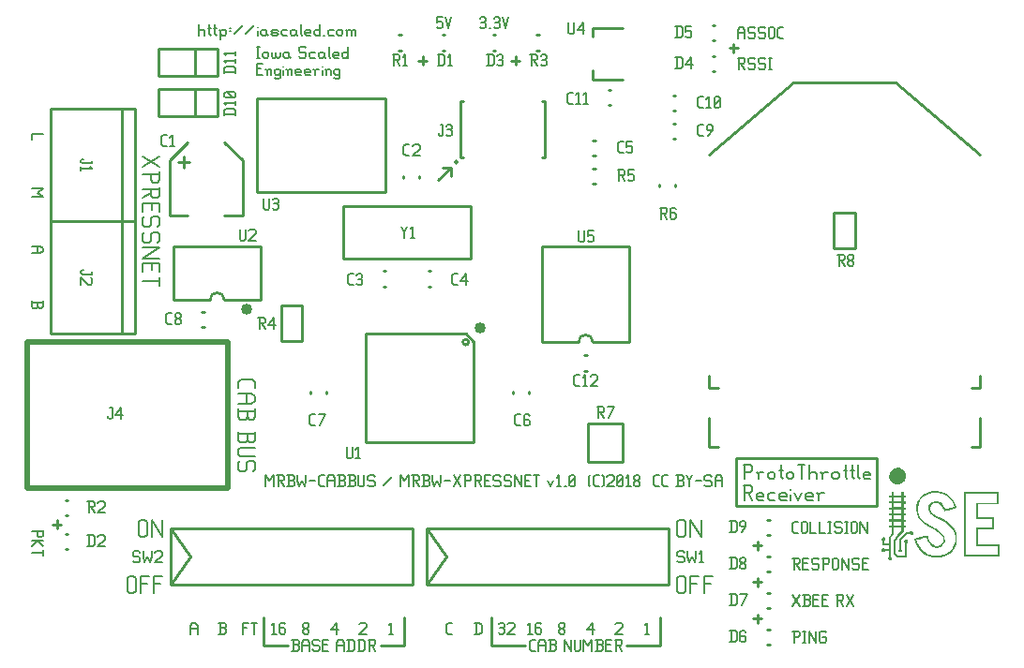
<source format=gbr>
G04 start of page 8 for group -4079 idx -4079 *
G04 Title: (unknown), topsilk *
G04 Creator: pcb 20140316 *
G04 CreationDate: Wed 03 Jan 2018 04:45:06 AM GMT UTC *
G04 For: railfan *
G04 Format: Gerber/RS-274X *
G04 PCB-Dimensions (mil): 3500.00 2300.00 *
G04 PCB-Coordinate-Origin: lower left *
%MOIN*%
%FSLAX25Y25*%
%LNTOPSILK*%
%ADD90C,0.0200*%
%ADD89C,0.0080*%
%ADD88C,0.0400*%
%ADD87C,0.0100*%
%ADD86C,0.0001*%
G54D86*G36*
X307543Y34209D02*X307147Y34480D01*
X307011Y34925D01*
X307065Y35240D01*
X307261Y35490D01*
X307391Y35604D01*
Y37486D01*
X306718D01*
X306241Y37481D01*
X306045Y37464D01*
X305953Y37340D01*
X305600Y37117D01*
X305172D01*
X304873Y37307D01*
X304689Y37600D01*
X304662Y37931D01*
X304770Y38224D01*
X304987Y38446D01*
X305302Y38566D01*
X305682Y38512D01*
X305991Y38273D01*
X306056Y38175D01*
X306724D01*
X307391Y38170D01*
Y39667D01*
X305058D01*
Y40400D01*
X305053Y41127D01*
X304955Y41197D01*
X304787Y41376D01*
X304678Y41593D01*
X304689Y42027D01*
X304873Y42315D01*
X305161Y42494D01*
X305497Y42526D01*
X305790Y42423D01*
X306013Y42201D01*
X306132Y41881D01*
X306078Y41506D01*
X305839Y41197D01*
X305742Y41127D01*
Y40351D01*
X307391D01*
Y42656D01*
X307857Y43248D01*
X308329Y43839D01*
Y45906D01*
X307418D01*
Y46693D01*
X311802D01*
Y48066D01*
X308986D01*
Y46693D01*
X308329D01*
Y48066D01*
X307418D01*
Y48825D01*
X308319D01*
Y50192D01*
X309002Y50219D01*
X308997Y49557D01*
X308991Y49086D01*
X309002Y48868D01*
X309067Y48858D01*
X309290Y48847D01*
X309724Y48841D01*
X310407Y48836D01*
X311802D01*
Y50219D01*
X309002D01*
X308319Y50192D01*
X307418D01*
Y50952D01*
X308329D01*
X308986Y50979D01*
X311802D01*
Y52352D01*
X308986D01*
Y50979D01*
X308329Y50952D01*
Y52324D01*
X307418D01*
Y53084D01*
X308319D01*
X308329Y54462D01*
X308986Y54505D01*
Y53827D01*
X308991Y53344D01*
X309008Y53127D01*
X309420Y53117D01*
X310407Y53111D01*
X311791D01*
X311796Y53800D01*
Y53816D01*
X311807Y54505D01*
X308986D01*
X308329Y54462D01*
X307418D01*
Y55222D01*
X308319D01*
Y56594D01*
X309002Y56648D01*
X308997Y55992D01*
X308991Y55515D01*
X309002Y55297D01*
X309067Y55287D01*
X309290Y55276D01*
X309724Y55270D01*
X310407Y55265D01*
X311807D01*
X311796Y55959D01*
X311791Y56648D01*
X309002D01*
X308319Y56594D01*
X307418D01*
Y57354D01*
X308329D01*
Y58596D01*
X308986D01*
Y57354D01*
X311802D01*
Y58596D01*
X312491D01*
Y57354D01*
X313402D01*
Y56594D01*
X312491D01*
Y55194D01*
X313402D01*
Y54435D01*
X312491D01*
Y53041D01*
X313402D01*
Y52281D01*
X312491D01*
Y50908D01*
X313402D01*
Y50149D01*
X312491D01*
Y48755D01*
X313402D01*
Y47995D01*
X312491D01*
Y46622D01*
X313402D01*
Y45836D01*
X312491D01*
X312485Y45250D01*
Y44658D01*
X311069Y42868D01*
X309648Y41083D01*
Y37074D01*
X310624Y36097D01*
X313044D01*
Y38219D01*
X313039Y39043D01*
Y39716D01*
X313033Y40172D01*
X313028Y40334D01*
X312903Y40427D01*
X312659Y40893D01*
X312794Y41409D01*
X313370Y41718D01*
X313972Y41447D01*
X314129Y40882D01*
X313831Y40372D01*
X313733Y40302D01*
Y35414D01*
X310342D01*
X308986Y36770D01*
Y41344D01*
X310396Y43123D01*
X311802Y44903D01*
Y45841D01*
X308986D01*
Y43503D01*
X308074Y42353D01*
Y35522D01*
X308140Y35490D01*
X308319Y35321D01*
X308449Y35088D01*
X308416Y34573D01*
X308069Y34193D01*
X307803Y34133D01*
X307543Y34144D01*
Y34209D01*
G37*
G36*
X323385Y35229D02*X321567Y35571D01*
X319983Y36293D01*
X318876Y37171D01*
X317932Y38278D01*
X317070Y39841D01*
X316424Y41696D01*
X316326Y42065D01*
X318746Y42581D01*
X319679Y42781D01*
X320455Y42944D01*
X320981Y43047D01*
X321182Y43080D01*
X321236Y42868D01*
X321285Y42618D01*
X321367Y42282D01*
X321730Y41257D01*
X322245Y40432D01*
X322891Y39824D01*
X323662Y39461D01*
X323900Y39418D01*
X324296Y39401D01*
X324687Y39418D01*
X324942Y39461D01*
X325962Y40047D01*
X326521Y41083D01*
X326575Y41712D01*
X326521Y42309D01*
X327123Y42483D01*
X327161Y41067D01*
X326803Y40117D01*
X326173Y39385D01*
X325316Y38924D01*
X324280Y38756D01*
X322951Y39059D01*
X321882Y39884D01*
X321090Y41127D01*
X320889Y41653D01*
X320743Y42157D01*
X320694Y42326D01*
X320645Y42342D01*
X320493Y42315D01*
X320135Y42239D01*
X319609Y42125D01*
X318979Y41989D01*
X317829Y41745D01*
X317292Y41626D01*
X317129Y41577D01*
Y41544D01*
X317178Y41360D01*
X317303Y40991D01*
X317449Y40584D01*
X317574Y40258D01*
X318572Y38479D01*
X319858Y37150D01*
X321432Y36282D01*
X323303Y35864D01*
X323699Y35853D01*
X324247D01*
X324795Y35869D01*
X325218Y35902D01*
X326548Y36157D01*
X327709Y36591D01*
X328609Y37123D01*
X329363Y37779D01*
X329966Y38560D01*
X330432Y39466D01*
X330660Y40161D01*
X330817Y40947D01*
X330866Y41902D01*
X330817Y42836D01*
X330590Y43823D01*
X330232Y44713D01*
X329711Y45532D01*
X329027Y46313D01*
X328327Y46959D01*
X327519Y47556D01*
X326445Y48217D01*
X324953Y49047D01*
X323808Y49682D01*
X323016Y50160D01*
X322463Y50561D01*
X322034Y50963D01*
X321486Y51749D01*
X321318Y52617D01*
X321464Y53659D01*
X321898Y54473D01*
X322603Y55037D01*
X323558Y55319D01*
X324139Y55336D01*
X324714Y55270D01*
X325484Y54977D01*
X326152Y54451D01*
X326727Y53686D01*
X327221Y52666D01*
X327307Y52466D01*
X327367Y52422D01*
X327530Y52471D01*
X327909Y52574D01*
X328419Y52726D01*
X329005Y52894D01*
X329581Y53062D01*
X330080Y53214D01*
X330438Y53317D01*
X330579Y53361D01*
X330552Y53485D01*
X330465Y53762D01*
X330340Y54104D01*
X330221Y54419D01*
X329543Y55634D01*
X328653Y56638D01*
X327579Y57413D01*
X326325Y57940D01*
X324568Y58243D01*
X322647Y58157D01*
X320900Y57696D01*
X319500Y56860D01*
X318800Y56133D01*
X318258Y55249D01*
X317889Y54223D01*
X317688Y53073D01*
X317661Y52297D01*
X317699Y51587D01*
X317938Y50605D01*
X318377Y49699D01*
X319017Y48858D01*
X319880Y48066D01*
X320422Y47659D01*
X321052Y47246D01*
X321855Y46769D01*
X322940Y46161D01*
X323667Y45760D01*
X324209Y45451D01*
X324633Y45196D01*
X325007Y44957D01*
X326439Y43747D01*
X327123Y42483D01*
X326521Y42309D01*
X325924Y43378D01*
X324665Y44425D01*
X324302Y44658D01*
X323895Y44903D01*
X323379Y45196D01*
X322685Y45575D01*
X321307Y46351D01*
X320292Y46980D01*
X319517Y47545D01*
X318860Y48125D01*
X318111Y48966D01*
X317574Y49850D01*
X317156Y51033D01*
X317026Y52346D01*
X317118Y53632D01*
X317411Y54831D01*
X318171Y56355D01*
X319332Y57538D01*
X320862Y58363D01*
X322734Y58802D01*
X324193Y58884D01*
X325577Y58759D01*
X326852Y58433D01*
X327991Y57907D01*
X329130Y57061D01*
X330069Y55976D01*
X330796Y54674D01*
X331289Y53171D01*
X331349Y52916D01*
X329147Y52276D01*
X328284Y52032D01*
X327579Y51831D01*
X327101Y51701D01*
X326922Y51657D01*
X326846Y51858D01*
X326618Y52460D01*
X326358Y53035D01*
X325598Y54104D01*
X324649Y54636D01*
X324014Y54701D01*
X323363Y54652D01*
X322506Y54180D01*
X322169Y53719D01*
X321985Y53122D01*
X321947Y52639D01*
X321985Y52227D01*
X322332Y51576D01*
X323059Y50908D01*
X323412Y50664D01*
X323851Y50388D01*
X324426Y50062D01*
X325197Y49639D01*
X326065Y49167D01*
X326748Y48782D01*
X327307Y48451D01*
X327785Y48142D01*
X329011Y47214D01*
X329977Y46226D01*
X330704Y45174D01*
X331192Y44034D01*
X331468Y42662D01*
X331474Y41230D01*
X331219Y39830D01*
X330709Y38566D01*
X329912Y37448D01*
X328870Y36537D01*
X327600Y35859D01*
X326135Y35414D01*
X324757Y35240D01*
X323385Y35235D01*
Y35229D01*
G37*
G36*
X333970Y47035D02*X334610Y47040D01*
X334604Y36141D01*
X346030D01*
Y39298D01*
X338256D01*
Y45819D01*
X343941D01*
Y48988D01*
X338256D01*
Y54771D01*
X345716D01*
Y57940D01*
X334621D01*
X334610Y47040D01*
X333970Y47035D01*
Y58564D01*
X346350D01*
Y54153D01*
X338890D01*
Y49633D01*
X344571D01*
Y45223D01*
X338907D01*
X338896Y42591D01*
X338890Y39960D01*
X346654D01*
Y35522D01*
X333970D01*
Y47035D01*
G37*
G36*
X311107Y37123D02*X310825Y37312D01*
X310646Y37600D01*
X310641Y38034D01*
X310868Y38387D01*
X310999Y38479D01*
X311010Y38940D01*
X311015Y40052D01*
Y41626D01*
X312111Y43004D01*
X313201Y44387D01*
X314531D01*
X314617Y44507D01*
X314845Y44702D01*
X314997Y44767D01*
X315203Y44778D01*
X315404Y44772D01*
X315556Y44702D01*
X315778Y44512D01*
X315914Y44268D01*
X315930Y43986D01*
X315865Y43714D01*
X315589Y43427D01*
X315203Y43313D01*
X314645Y43562D01*
X314520Y43698D01*
X313532D01*
X312615Y42543D01*
X311704Y41387D01*
Y38490D01*
X311807Y38419D01*
X312067Y38023D01*
X312035Y37524D01*
X311650Y37150D01*
X311107Y37117D01*
Y37123D01*
G37*
G36*
X309941Y61282D02*X309056Y61569D01*
X308291Y62128D01*
X307743Y62860D01*
X307456Y63723D01*
X307418Y64363D01*
X307499Y64982D01*
X307809Y65747D01*
X308329Y66398D01*
X309176Y66973D01*
X310147Y67216D01*
X311156Y67129D01*
X312100Y66702D01*
X312653Y66197D01*
X313077Y65579D01*
X313310Y64895D01*
X313380Y64168D01*
X313272Y63441D01*
X313006Y62768D01*
X312599Y62220D01*
X312084Y61775D01*
X311482Y61455D01*
X310831Y61282D01*
X310380Y61260D01*
X309941Y61282D01*
G37*
G54D87*X141500Y213500D02*Y210500D01*
X140000Y212000D02*X143000D01*
X174500Y213500D02*Y210500D01*
X173000Y212000D02*X176000D01*
G54D88*X79000Y123500D03*
G54D87*X151500Y174000D02*X147000Y169500D01*
X151500Y174000D02*Y171000D01*
X148500Y174000D02*X151500D01*
X252000Y218000D02*Y215000D01*
X250500Y216500D02*X253500D01*
X126500Y4000D02*X135000D01*
Y14000D02*Y4000D01*
X85000D02*X93500D01*
X85000Y14000D02*Y4000D01*
X11500Y48500D02*Y45500D01*
X10000Y47000D02*X13000D01*
X166000Y4000D02*X178000D01*
X214000D02*X226000D01*
Y14000D02*Y4000D01*
X166000Y14000D02*Y4000D01*
G54D88*X162000Y117000D03*
G54D87*X303000Y53500D02*Y70500D01*
X253000D02*Y53500D01*
X303000D01*
Y70500D02*X253000D01*
X260500Y15000D02*Y12000D01*
X259000Y13500D02*X262000D01*
X260500Y28000D02*Y25000D01*
X259000Y26500D02*X262000D01*
X260500Y41000D02*Y38000D01*
X259000Y39500D02*X262000D01*
G54D89*X59000Y11000D02*Y8000D01*
Y11000D02*X59700Y12000D01*
X60800D01*
X61500Y11000D01*
Y8000D01*
X59000Y10000D02*X61500D01*
X69000Y8000D02*X71000D01*
X71500Y8500D01*
Y9700D02*Y8500D01*
X71000Y10200D02*X71500Y9700D01*
X69500Y10200D02*X71000D01*
X69500Y12000D02*Y8000D01*
X69000Y12000D02*X71000D01*
X71500Y11500D01*
Y10700D01*
X71000Y10200D02*X71500Y10700D01*
X77500Y12000D02*Y8000D01*
Y12000D02*X79500D01*
X77500Y10200D02*X79000D01*
X80700Y12000D02*X82700D01*
X81700D02*Y8000D01*
X95000Y2000D02*X97000D01*
X97500Y2500D01*
Y3700D02*Y2500D01*
X97000Y4200D02*X97500Y3700D01*
X95500Y4200D02*X97000D01*
X95500Y6000D02*Y2000D01*
X95000Y6000D02*X97000D01*
X97500Y5500D01*
Y4700D01*
X97000Y4200D02*X97500Y4700D01*
X98700Y5000D02*Y2000D01*
Y5000D02*X99400Y6000D01*
X100500D01*
X101200Y5000D01*
Y2000D01*
X98700Y4000D02*X101200D01*
X104400Y6000D02*X104900Y5500D01*
X102900Y6000D02*X104400D01*
X102400Y5500D02*X102900Y6000D01*
X102400Y5500D02*Y4500D01*
X102900Y4000D01*
X104400D01*
X104900Y3500D01*
Y2500D01*
X104400Y2000D02*X104900Y2500D01*
X102900Y2000D02*X104400D01*
X102400Y2500D02*X102900Y2000D01*
X106100Y4200D02*X107600D01*
X106100Y2000D02*X108100D01*
X106100Y6000D02*Y2000D01*
Y6000D02*X108100D01*
X111100Y5000D02*Y2000D01*
Y5000D02*X111800Y6000D01*
X112900D01*
X113600Y5000D01*
Y2000D01*
X111100Y4000D02*X113600D01*
X115300Y6000D02*Y2000D01*
X116600Y6000D02*X117300Y5300D01*
Y2700D01*
X116600Y2000D02*X117300Y2700D01*
X114800Y2000D02*X116600D01*
X114800Y6000D02*X116600D01*
X119000D02*Y2000D01*
X120300Y6000D02*X121000Y5300D01*
Y2700D01*
X120300Y2000D02*X121000Y2700D01*
X118500Y2000D02*X120300D01*
X118500Y6000D02*X120300D01*
X122200D02*X124200D01*
X124700Y5500D01*
Y4500D01*
X124200Y4000D02*X124700Y4500D01*
X122700Y4000D02*X124200D01*
X122700Y6000D02*Y2000D01*
X123500Y4000D02*X124700Y2000D01*
X88000Y11200D02*X88800Y12000D01*
Y8000D01*
X88000D02*X89500D01*
X92200Y12000D02*X92700Y11500D01*
X91200Y12000D02*X92200D01*
X90700Y11500D02*X91200Y12000D01*
X90700Y11500D02*Y8500D01*
X91200Y8000D01*
X92200Y10200D02*X92700Y9700D01*
X90700Y10200D02*X92200D01*
X91200Y8000D02*X92200D01*
X92700Y8500D01*
Y9700D02*Y8500D01*
X99000D02*X99500Y8000D01*
X99000Y9300D02*Y8500D01*
Y9300D02*X99700Y10000D01*
X100300D01*
X101000Y9300D01*
Y8500D01*
X100500Y8000D02*X101000Y8500D01*
X99500Y8000D02*X100500D01*
X99000Y10700D02*X99700Y10000D01*
X99000Y11500D02*Y10700D01*
Y11500D02*X99500Y12000D01*
X100500D01*
X101000Y11500D01*
Y10700D01*
X100300Y10000D02*X101000Y10700D01*
X109000Y9500D02*X111000Y12000D01*
X109000Y9500D02*X111500D01*
X111000Y12000D02*Y8000D01*
X119000Y11500D02*X119500Y12000D01*
X121000D01*
X121500Y11500D01*
Y10500D01*
X119000Y8000D02*X121500Y10500D01*
X119000Y8000D02*X121500D01*
X129500Y11200D02*X130300Y12000D01*
Y8000D01*
X129500D02*X131000D01*
X36500Y27800D02*Y23300D01*
Y27800D02*X37250Y28550D01*
X38750D01*
X39500Y27800D01*
Y23300D01*
X38750Y22550D02*X39500Y23300D01*
X37250Y22550D02*X38750D01*
X36500Y23300D02*X37250Y22550D01*
X41300Y28550D02*Y22550D01*
Y28550D02*X44300D01*
X41300Y25850D02*X43550D01*
X46100Y28550D02*Y22550D01*
Y28550D02*X49100D01*
X46100Y25850D02*X48350D01*
X40500Y47800D02*Y43300D01*
Y47800D02*X41250Y48550D01*
X42750D01*
X43500Y47800D01*
Y43300D01*
X42750Y42550D02*X43500Y43300D01*
X41250Y42550D02*X42750D01*
X40500Y43300D02*X41250Y42550D01*
X45300Y48550D02*Y42550D01*
Y48550D02*X49050Y42550D01*
Y48550D02*Y42550D01*
X2500Y44500D02*X6500D01*
Y45000D02*Y43000D01*
X6000Y42500D01*
X5000D02*X6000D01*
X4500Y43000D02*X5000Y42500D01*
X4500Y44500D02*Y43000D01*
X2500Y41300D02*X6500D01*
X4500D02*X6500Y39300D01*
X4500Y41300D02*X2500Y39300D01*
X6500Y38100D02*Y36100D01*
X2500Y37100D02*X6500D01*
X76000Y97450D02*Y95500D01*
X77050Y98500D02*X76000Y97450D01*
X77050Y98500D02*X80950D01*
X82000Y97450D01*
Y95500D01*
X76000Y93700D02*X80500D01*
X82000Y92650D01*
Y91000D01*
X80500Y89950D01*
X76000D02*X80500D01*
X79000Y93700D02*Y89950D01*
X76000Y88150D02*Y85150D01*
X76750Y84400D01*
X78550D01*
X79300Y85150D02*X78550Y84400D01*
X79300Y87400D02*Y85150D01*
X76000Y87400D02*X82000D01*
Y88150D02*Y85150D01*
X81250Y84400D01*
X80050D02*X81250D01*
X79300Y85150D02*X80050Y84400D01*
X76000Y79900D02*Y76900D01*
X76750Y76150D01*
X78550D01*
X79300Y76900D02*X78550Y76150D01*
X79300Y79150D02*Y76900D01*
X76000Y79150D02*X82000D01*
Y79900D02*Y76900D01*
X81250Y76150D01*
X80050D02*X81250D01*
X79300Y76900D02*X80050Y76150D01*
X76750Y74350D02*X82000D01*
X76750D02*X76000Y73600D01*
Y72100D01*
X76750Y71350D01*
X82000D01*
Y66550D02*X81250Y65800D01*
X82000Y68800D02*Y66550D01*
X81250Y69550D02*X82000Y68800D01*
X79750Y69550D02*X81250D01*
X79750D02*X79000Y68800D01*
Y66550D01*
X78250Y65800D01*
X76750D02*X78250D01*
X76000Y66550D02*X76750Y65800D01*
X76000Y68800D02*Y66550D01*
X76750Y69550D02*X76000Y68800D01*
X146500Y227500D02*X148500D01*
X146500D02*Y225500D01*
X147000Y226000D01*
X148000D01*
X148500Y225500D01*
Y224000D01*
X148000Y223500D02*X148500Y224000D01*
X147000Y223500D02*X148000D01*
X146500Y224000D02*X147000Y223500D01*
X149700Y227500D02*X150700Y223500D01*
X151700Y227500D01*
X82500Y217000D02*X83500D01*
X83000D02*Y213000D01*
X82500D02*X83500D01*
X84700Y214500D02*Y213500D01*
Y214500D02*X85200Y215000D01*
X86200D01*
X86700Y214500D01*
Y213500D01*
X86200Y213000D02*X86700Y213500D01*
X85200Y213000D02*X86200D01*
X84700Y213500D02*X85200Y213000D01*
X87900Y215000D02*Y213500D01*
X88400Y213000D01*
X88900D01*
X89400Y213500D01*
Y215000D02*Y213500D01*
X89900Y213000D01*
X90400D01*
X90900Y213500D01*
Y215000D02*Y213500D01*
X93600Y215000D02*X94100Y214500D01*
X92600Y215000D02*X93600D01*
X92100Y214500D02*X92600Y215000D01*
X92100Y214500D02*Y213500D01*
X92600Y213000D01*
X94100Y215000D02*Y213500D01*
X94600Y213000D01*
X92600D02*X93600D01*
X94100Y213500D01*
X99600Y217000D02*X100100Y216500D01*
X98100Y217000D02*X99600D01*
X97600Y216500D02*X98100Y217000D01*
X97600Y216500D02*Y215500D01*
X98100Y215000D01*
X99600D01*
X100100Y214500D01*
Y213500D01*
X99600Y213000D02*X100100Y213500D01*
X98100Y213000D02*X99600D01*
X97600Y213500D02*X98100Y213000D01*
X101800Y215000D02*X103300D01*
X101300Y214500D02*X101800Y215000D01*
X101300Y214500D02*Y213500D01*
X101800Y213000D01*
X103300D01*
X106000Y215000D02*X106500Y214500D01*
X105000Y215000D02*X106000D01*
X104500Y214500D02*X105000Y215000D01*
X104500Y214500D02*Y213500D01*
X105000Y213000D01*
X106500Y215000D02*Y213500D01*
X107000Y213000D01*
X105000D02*X106000D01*
X106500Y213500D01*
X108200Y217000D02*Y213500D01*
X108700Y213000D01*
X110200D02*X111700D01*
X109700Y213500D02*X110200Y213000D01*
X109700Y214500D02*Y213500D01*
Y214500D02*X110200Y215000D01*
X111200D01*
X111700Y214500D01*
X109700Y214000D02*X111700D01*
Y214500D02*Y214000D01*
X114900Y217000D02*Y213000D01*
X114400D02*X114900Y213500D01*
X113400Y213000D02*X114400D01*
X112900Y213500D02*X113400Y213000D01*
X112900Y214500D02*Y213500D01*
Y214500D02*X113400Y215000D01*
X114400D01*
X114900Y214500D01*
X82500Y209200D02*X84000D01*
X82500Y207000D02*X84500D01*
X82500Y211000D02*Y207000D01*
Y211000D02*X84500D01*
X86200Y208500D02*Y207000D01*
Y208500D02*X86700Y209000D01*
X87200D01*
X87700Y208500D01*
Y207000D01*
X85700Y209000D02*X86200Y208500D01*
X90400Y209000D02*X90900Y208500D01*
X89400Y209000D02*X90400D01*
X88900Y208500D02*X89400Y209000D01*
X88900Y208500D02*Y207500D01*
X89400Y207000D01*
X90400D01*
X90900Y207500D01*
X88900Y206000D02*X89400Y205500D01*
X90400D01*
X90900Y206000D01*
Y209000D02*Y206000D01*
X92100Y210000D02*Y209900D01*
Y208500D02*Y207000D01*
X93600Y208500D02*Y207000D01*
Y208500D02*X94100Y209000D01*
X94600D01*
X95100Y208500D01*
Y207000D01*
X93100Y209000D02*X93600Y208500D01*
X96800Y207000D02*X98300D01*
X96300Y207500D02*X96800Y207000D01*
X96300Y208500D02*Y207500D01*
Y208500D02*X96800Y209000D01*
X97800D01*
X98300Y208500D01*
X96300Y208000D02*X98300D01*
Y208500D02*Y208000D01*
X100000Y207000D02*X101500D01*
X99500Y207500D02*X100000Y207000D01*
X99500Y208500D02*Y207500D01*
Y208500D02*X100000Y209000D01*
X101000D01*
X101500Y208500D01*
X99500Y208000D02*X101500D01*
Y208500D02*Y208000D01*
X103200Y208500D02*Y207000D01*
Y208500D02*X103700Y209000D01*
X104700D01*
X102700D02*X103200Y208500D01*
X105900Y210000D02*Y209900D01*
Y208500D02*Y207000D01*
X107400Y208500D02*Y207000D01*
Y208500D02*X107900Y209000D01*
X108400D01*
X108900Y208500D01*
Y207000D01*
X106900Y209000D02*X107400Y208500D01*
X111600Y209000D02*X112100Y208500D01*
X110600Y209000D02*X111600D01*
X110100Y208500D02*X110600Y209000D01*
X110100Y208500D02*Y207500D01*
X110600Y207000D01*
X111600D01*
X112100Y207500D01*
X110100Y206000D02*X110600Y205500D01*
X111600D01*
X112100Y206000D01*
Y209000D02*Y206000D01*
X2500Y186000D02*X6500D01*
X2500D02*Y184000D01*
Y166500D02*X6500D01*
X4500Y165000D01*
X6500Y163500D01*
X2500D02*X6500D01*
X2500Y146000D02*X5500D01*
X6500Y145300D01*
Y144200D01*
X5500Y143500D01*
X2500D02*X5500D01*
X4500Y146000D02*Y143500D01*
X2500Y126500D02*Y124500D01*
X3000Y124000D01*
X4200D01*
X4700Y124500D02*X4200Y124000D01*
X4700Y126000D02*Y124500D01*
X2500Y126000D02*X6500D01*
Y126500D02*Y124500D01*
X6000Y124000D01*
X5200D02*X6000D01*
X4700Y124500D02*X5200Y124000D01*
X42000Y178000D02*X48000Y174250D01*
Y178000D02*X42000Y174250D01*
Y171700D02*X48000D01*
Y172450D02*Y169450D01*
X47250Y168700D01*
X45750D02*X47250D01*
X45000Y169450D02*X45750Y168700D01*
X45000Y171700D02*Y169450D01*
X48000Y166900D02*Y163900D01*
X47250Y163150D01*
X45750D02*X47250D01*
X45000Y163900D02*X45750Y163150D01*
X45000Y166150D02*Y163900D01*
X42000Y166150D02*X48000D01*
X45000Y164950D02*X42000Y163150D01*
X45300Y161350D02*Y159100D01*
X42000Y161350D02*Y158350D01*
Y161350D02*X48000D01*
Y158350D01*
Y153550D02*X47250Y152800D01*
X48000Y155800D02*Y153550D01*
X47250Y156550D02*X48000Y155800D01*
X45750Y156550D02*X47250D01*
X45750D02*X45000Y155800D01*
Y153550D01*
X44250Y152800D01*
X42750D02*X44250D01*
X42000Y153550D02*X42750Y152800D01*
X42000Y155800D02*Y153550D01*
X42750Y156550D02*X42000Y155800D01*
X48000Y148000D02*X47250Y147250D01*
X48000Y150250D02*Y148000D01*
X47250Y151000D02*X48000Y150250D01*
X45750Y151000D02*X47250D01*
X45750D02*X45000Y150250D01*
Y148000D01*
X44250Y147250D01*
X42750D02*X44250D01*
X42000Y148000D02*X42750Y147250D01*
X42000Y150250D02*Y148000D01*
X42750Y151000D02*X42000Y150250D01*
Y145450D02*X48000D01*
X42000Y141700D01*
X48000D01*
X45300Y139900D02*Y137650D01*
X42000Y139900D02*Y136900D01*
Y139900D02*X48000D01*
Y136900D01*
Y135100D02*Y132100D01*
X42000Y133600D02*X48000D01*
X161957Y227000D02*X162457Y227500D01*
X163457D01*
X163957Y227000D01*
X163457Y223500D02*X163957Y224000D01*
X162457Y223500D02*X163457D01*
X161957Y224000D02*X162457Y223500D01*
Y225700D02*X163457D01*
X163957Y227000D02*Y226200D01*
Y225200D02*Y224000D01*
Y225200D02*X163457Y225700D01*
X163957Y226200D02*X163457Y225700D01*
X165157Y223500D02*X165657D01*
X166857Y227000D02*X167357Y227500D01*
X168357D01*
X168857Y227000D01*
X168357Y223500D02*X168857Y224000D01*
X167357Y223500D02*X168357D01*
X166857Y224000D02*X167357Y223500D01*
Y225700D02*X168357D01*
X168857Y227000D02*Y226200D01*
Y225200D02*Y224000D01*
Y225200D02*X168357Y225700D01*
X168857Y226200D02*X168357Y225700D01*
X170057Y227500D02*X171057Y223500D01*
X172057Y227500D01*
X62000Y225000D02*Y221000D01*
Y222500D02*X62500Y223000D01*
X63500D01*
X64000Y222500D01*
Y221000D01*
X65700Y225000D02*Y221500D01*
X66200Y221000D01*
X65200Y223500D02*X66200D01*
X67700Y225000D02*Y221500D01*
X68200Y221000D01*
X67200Y223500D02*X68200D01*
X69700Y222500D02*Y219500D01*
X69200Y223000D02*X69700Y222500D01*
X70200Y223000D01*
X71200D01*
X71700Y222500D01*
Y221500D01*
X71200Y221000D02*X71700Y221500D01*
X70200Y221000D02*X71200D01*
X69700Y221500D02*X70200Y221000D01*
X72900Y223500D02*X73400D01*
X72900Y222500D02*X73400D01*
X74600Y221500D02*X77600Y224500D01*
X78800Y221500D02*X81800Y224500D01*
X83000Y224000D02*Y223900D01*
Y222500D02*Y221000D01*
X85500Y223000D02*X86000Y222500D01*
X84500Y223000D02*X85500D01*
X84000Y222500D02*X84500Y223000D01*
X84000Y222500D02*Y221500D01*
X84500Y221000D01*
X86000Y223000D02*Y221500D01*
X86500Y221000D01*
X84500D02*X85500D01*
X86000Y221500D01*
X88200Y221000D02*X89700D01*
X90200Y221500D01*
X89700Y222000D02*X90200Y221500D01*
X88200Y222000D02*X89700D01*
X87700Y222500D02*X88200Y222000D01*
X87700Y222500D02*X88200Y223000D01*
X89700D01*
X90200Y222500D01*
X87700Y221500D02*X88200Y221000D01*
X91900Y223000D02*X93400D01*
X91400Y222500D02*X91900Y223000D01*
X91400Y222500D02*Y221500D01*
X91900Y221000D01*
X93400D01*
X96100Y223000D02*X96600Y222500D01*
X95100Y223000D02*X96100D01*
X94600Y222500D02*X95100Y223000D01*
X94600Y222500D02*Y221500D01*
X95100Y221000D01*
X96600Y223000D02*Y221500D01*
X97100Y221000D01*
X95100D02*X96100D01*
X96600Y221500D01*
X98300Y225000D02*Y221500D01*
X98800Y221000D01*
X100300D02*X101800D01*
X99800Y221500D02*X100300Y221000D01*
X99800Y222500D02*Y221500D01*
Y222500D02*X100300Y223000D01*
X101300D01*
X101800Y222500D01*
X99800Y222000D02*X101800D01*
Y222500D02*Y222000D01*
X105000Y225000D02*Y221000D01*
X104500D02*X105000Y221500D01*
X103500Y221000D02*X104500D01*
X103000Y221500D02*X103500Y221000D01*
X103000Y222500D02*Y221500D01*
Y222500D02*X103500Y223000D01*
X104500D01*
X105000Y222500D01*
X106200Y221000D02*X106700D01*
X108400Y223000D02*X109900D01*
X107900Y222500D02*X108400Y223000D01*
X107900Y222500D02*Y221500D01*
X108400Y221000D01*
X109900D01*
X111100Y222500D02*Y221500D01*
Y222500D02*X111600Y223000D01*
X112600D01*
X113100Y222500D01*
Y221500D01*
X112600Y221000D02*X113100Y221500D01*
X111600Y221000D02*X112600D01*
X111100Y221500D02*X111600Y221000D01*
X114800Y222500D02*Y221000D01*
Y222500D02*X115300Y223000D01*
X115800D01*
X116300Y222500D01*
Y221000D01*
Y222500D02*X116800Y223000D01*
X117300D01*
X117800Y222500D01*
Y221000D01*
X114300Y223000D02*X114800Y222500D01*
X253500Y213000D02*X255500D01*
X256000Y212500D01*
Y211500D01*
X255500Y211000D02*X256000Y211500D01*
X254000Y211000D02*X255500D01*
X254000Y213000D02*Y209000D01*
X254800Y211000D02*X256000Y209000D01*
X259200Y213000D02*X259700Y212500D01*
X257700Y213000D02*X259200D01*
X257200Y212500D02*X257700Y213000D01*
X257200Y212500D02*Y211500D01*
X257700Y211000D01*
X259200D01*
X259700Y210500D01*
Y209500D01*
X259200Y209000D02*X259700Y209500D01*
X257700Y209000D02*X259200D01*
X257200Y209500D02*X257700Y209000D01*
X262900Y213000D02*X263400Y212500D01*
X261400Y213000D02*X262900D01*
X260900Y212500D02*X261400Y213000D01*
X260900Y212500D02*Y211500D01*
X261400Y211000D01*
X262900D01*
X263400Y210500D01*
Y209500D01*
X262900Y209000D02*X263400Y209500D01*
X261400Y209000D02*X262900D01*
X260900Y209500D02*X261400Y209000D01*
X264600Y213000D02*X265600D01*
X265100D02*Y209000D01*
X264600D02*X265600D01*
X253500Y223000D02*Y220000D01*
Y223000D02*X254200Y224000D01*
X255300D01*
X256000Y223000D01*
Y220000D01*
X253500Y222000D02*X256000D01*
X259200Y224000D02*X259700Y223500D01*
X257700Y224000D02*X259200D01*
X257200Y223500D02*X257700Y224000D01*
X257200Y223500D02*Y222500D01*
X257700Y222000D01*
X259200D01*
X259700Y221500D01*
Y220500D01*
X259200Y220000D02*X259700Y220500D01*
X257700Y220000D02*X259200D01*
X257200Y220500D02*X257700Y220000D01*
X262900Y224000D02*X263400Y223500D01*
X261400Y224000D02*X262900D01*
X260900Y223500D02*X261400Y224000D01*
X260900Y223500D02*Y222500D01*
X261400Y222000D01*
X262900D01*
X263400Y221500D01*
Y220500D01*
X262900Y220000D02*X263400Y220500D01*
X261400Y220000D02*X262900D01*
X260900Y220500D02*X261400Y220000D01*
X264600Y223500D02*Y220500D01*
Y223500D02*X265100Y224000D01*
X266100D01*
X266600Y223500D01*
Y220500D01*
X266100Y220000D02*X266600Y220500D01*
X265100Y220000D02*X266100D01*
X264600Y220500D02*X265100Y220000D01*
X268500D02*X269800D01*
X267800Y220700D02*X268500Y220000D01*
X267800Y223300D02*Y220700D01*
Y223300D02*X268500Y224000D01*
X269800D01*
X160500Y12000D02*Y8000D01*
X161800Y12000D02*X162500Y11300D01*
Y8700D01*
X161800Y8000D02*X162500Y8700D01*
X160000Y8000D02*X161800D01*
X160000Y12000D02*X161800D01*
X168500Y11500D02*X169000Y12000D01*
X170000D01*
X170500Y11500D01*
X170000Y8000D02*X170500Y8500D01*
X169000Y8000D02*X170000D01*
X168500Y8500D02*X169000Y8000D01*
Y10200D02*X170000D01*
X170500Y11500D02*Y10700D01*
Y9700D02*Y8500D01*
Y9700D02*X170000Y10200D01*
X170500Y10700D02*X170000Y10200D01*
X171700Y11500D02*X172200Y12000D01*
X173700D01*
X174200Y11500D01*
Y10500D01*
X171700Y8000D02*X174200Y10500D01*
X171700Y8000D02*X174200D01*
X179000Y11200D02*X179800Y12000D01*
Y8000D01*
X179000D02*X180500D01*
X183200Y12000D02*X183700Y11500D01*
X182200Y12000D02*X183200D01*
X181700Y11500D02*X182200Y12000D01*
X181700Y11500D02*Y8500D01*
X182200Y8000D01*
X183200Y10200D02*X183700Y9700D01*
X181700Y10200D02*X183200D01*
X182200Y8000D02*X183200D01*
X183700Y8500D01*
Y9700D02*Y8500D01*
X150700Y8000D02*X152000D01*
X150000Y8700D02*X150700Y8000D01*
X150000Y11300D02*Y8700D01*
Y11300D02*X150700Y12000D01*
X152000D01*
X180200Y2000D02*X181500D01*
X179500Y2700D02*X180200Y2000D01*
X179500Y5300D02*Y2700D01*
Y5300D02*X180200Y6000D01*
X181500D01*
X182700Y5000D02*Y2000D01*
Y5000D02*X183400Y6000D01*
X184500D01*
X185200Y5000D01*
Y2000D01*
X182700Y4000D02*X185200D01*
X186400Y2000D02*X188400D01*
X188900Y2500D01*
Y3700D02*Y2500D01*
X188400Y4200D02*X188900Y3700D01*
X186900Y4200D02*X188400D01*
X186900Y6000D02*Y2000D01*
X186400Y6000D02*X188400D01*
X188900Y5500D01*
Y4700D01*
X188400Y4200D02*X188900Y4700D01*
X191900Y6000D02*Y2000D01*
Y6000D02*X194400Y2000D01*
Y6000D02*Y2000D01*
X195600Y6000D02*Y2500D01*
X196100Y2000D01*
X197100D01*
X197600Y2500D01*
Y6000D02*Y2500D01*
X198800Y6000D02*Y2000D01*
Y6000D02*X200300Y4000D01*
X201800Y6000D01*
Y2000D01*
X203000D02*X205000D01*
X205500Y2500D01*
Y3700D02*Y2500D01*
X205000Y4200D02*X205500Y3700D01*
X203500Y4200D02*X205000D01*
X203500Y6000D02*Y2000D01*
X203000Y6000D02*X205000D01*
X205500Y5500D01*
Y4700D01*
X205000Y4200D02*X205500Y4700D01*
X206700Y4200D02*X208200D01*
X206700Y2000D02*X208700D01*
X206700Y6000D02*Y2000D01*
Y6000D02*X208700D01*
X209900D02*X211900D01*
X212400Y5500D01*
Y4500D01*
X211900Y4000D02*X212400Y4500D01*
X210400Y4000D02*X211900D01*
X210400Y6000D02*Y2000D01*
X211200Y4000D02*X212400Y2000D01*
X190000Y8500D02*X190500Y8000D01*
X190000Y9300D02*Y8500D01*
Y9300D02*X190700Y10000D01*
X191300D01*
X192000Y9300D01*
Y8500D01*
X191500Y8000D02*X192000Y8500D01*
X190500Y8000D02*X191500D01*
X190000Y10700D02*X190700Y10000D01*
X190000Y11500D02*Y10700D01*
Y11500D02*X190500Y12000D01*
X191500D01*
X192000Y11500D01*
Y10700D01*
X191300Y10000D02*X192000Y10700D01*
X200000Y9500D02*X202000Y12000D01*
X200000Y9500D02*X202500D01*
X202000Y12000D02*Y8000D01*
X220500Y11200D02*X221300Y12000D01*
Y8000D01*
X220500D02*X222000D01*
X210000Y11500D02*X210500Y12000D01*
X212000D01*
X212500Y11500D01*
Y10500D01*
X210000Y8000D02*X212500Y10500D01*
X210000Y8000D02*X212500D01*
X273500Y9000D02*Y5000D01*
X273000Y9000D02*X275000D01*
X275500Y8500D01*
Y7500D01*
X275000Y7000D02*X275500Y7500D01*
X273500Y7000D02*X275000D01*
X276700Y9000D02*X277700D01*
X277200D02*Y5000D01*
X276700D02*X277700D01*
X278900Y9000D02*Y5000D01*
Y9000D02*X281400Y5000D01*
Y9000D02*Y5000D01*
X284600Y9000D02*X285100Y8500D01*
X283100Y9000D02*X284600D01*
X282600Y8500D02*X283100Y9000D01*
X282600Y8500D02*Y5500D01*
X283100Y5000D01*
X284600D01*
X285100Y5500D01*
Y6500D02*Y5500D01*
X284600Y7000D02*X285100Y6500D01*
X283600Y7000D02*X284600D01*
X232000Y27800D02*Y23300D01*
Y27800D02*X232750Y28550D01*
X234250D01*
X235000Y27800D01*
Y23300D01*
X234250Y22550D02*X235000Y23300D01*
X232750Y22550D02*X234250D01*
X232000Y23300D02*X232750Y22550D01*
X236800Y28550D02*Y22550D01*
Y28550D02*X239800D01*
X236800Y25850D02*X239050D01*
X241600Y28550D02*Y22550D01*
Y28550D02*X244600D01*
X241600Y25850D02*X243850D01*
X273000Y35000D02*X275000D01*
X275500Y34500D01*
Y33500D01*
X275000Y33000D02*X275500Y33500D01*
X273500Y33000D02*X275000D01*
X273500Y35000D02*Y31000D01*
X274300Y33000D02*X275500Y31000D01*
X276700Y33200D02*X278200D01*
X276700Y31000D02*X278700D01*
X276700Y35000D02*Y31000D01*
Y35000D02*X278700D01*
X281900D02*X282400Y34500D01*
X280400Y35000D02*X281900D01*
X279900Y34500D02*X280400Y35000D01*
X279900Y34500D02*Y33500D01*
X280400Y33000D01*
X281900D01*
X282400Y32500D01*
Y31500D01*
X281900Y31000D02*X282400Y31500D01*
X280400Y31000D02*X281900D01*
X279900Y31500D02*X280400Y31000D01*
X284100Y35000D02*Y31000D01*
X283600Y35000D02*X285600D01*
X286100Y34500D01*
Y33500D01*
X285600Y33000D02*X286100Y33500D01*
X284100Y33000D02*X285600D01*
X287300Y34500D02*Y31500D01*
Y34500D02*X287800Y35000D01*
X288800D01*
X289300Y34500D01*
Y31500D01*
X288800Y31000D02*X289300Y31500D01*
X287800Y31000D02*X288800D01*
X287300Y31500D02*X287800Y31000D01*
X290500Y35000D02*Y31000D01*
Y35000D02*X293000Y31000D01*
Y35000D02*Y31000D01*
X296200Y35000D02*X296700Y34500D01*
X294700Y35000D02*X296200D01*
X294200Y34500D02*X294700Y35000D01*
X294200Y34500D02*Y33500D01*
X294700Y33000D01*
X296200D01*
X296700Y32500D01*
Y31500D01*
X296200Y31000D02*X296700Y31500D01*
X294700Y31000D02*X296200D01*
X294200Y31500D02*X294700Y31000D01*
X297900Y33200D02*X299400D01*
X297900Y31000D02*X299900D01*
X297900Y35000D02*Y31000D01*
Y35000D02*X299900D01*
X273000Y18000D02*X275500Y22000D01*
X273000D02*X275500Y18000D01*
X276700D02*X278700D01*
X279200Y18500D01*
Y19700D02*Y18500D01*
X278700Y20200D02*X279200Y19700D01*
X277200Y20200D02*X278700D01*
X277200Y22000D02*Y18000D01*
X276700Y22000D02*X278700D01*
X279200Y21500D01*
Y20700D01*
X278700Y20200D02*X279200Y20700D01*
X280400Y20200D02*X281900D01*
X280400Y18000D02*X282400D01*
X280400Y22000D02*Y18000D01*
Y22000D02*X282400D01*
X283600Y20200D02*X285100D01*
X283600Y18000D02*X285600D01*
X283600Y22000D02*Y18000D01*
Y22000D02*X285600D01*
X288600D02*X290600D01*
X291100Y21500D01*
Y20500D01*
X290600Y20000D02*X291100Y20500D01*
X289100Y20000D02*X290600D01*
X289100Y22000D02*Y18000D01*
X289900Y20000D02*X291100Y18000D01*
X292300D02*X294800Y22000D01*
X292300D02*X294800Y18000D01*
X232000Y47800D02*Y43300D01*
Y47800D02*X232750Y48550D01*
X234250D01*
X235000Y47800D01*
Y43300D01*
X234250Y42550D02*X235000Y43300D01*
X232750Y42550D02*X234250D01*
X232000Y43300D02*X232750Y42550D01*
X236800Y48550D02*Y42550D01*
Y48550D02*X240550Y42550D01*
Y48550D02*Y42550D01*
X85500Y64500D02*Y60500D01*
Y64500D02*X87000Y62500D01*
X88500Y64500D01*
Y60500D01*
X89700Y64500D02*X91700D01*
X92200Y64000D01*
Y63000D01*
X91700Y62500D02*X92200Y63000D01*
X90200Y62500D02*X91700D01*
X90200Y64500D02*Y60500D01*
X91000Y62500D02*X92200Y60500D01*
X93400D02*X95400D01*
X95900Y61000D01*
Y62200D02*Y61000D01*
X95400Y62700D02*X95900Y62200D01*
X93900Y62700D02*X95400D01*
X93900Y64500D02*Y60500D01*
X93400Y64500D02*X95400D01*
X95900Y64000D01*
Y63200D01*
X95400Y62700D02*X95900Y63200D01*
X97100Y64500D02*Y62500D01*
X97600Y60500D01*
X98600Y62500D01*
X99600Y60500D01*
X100100Y62500D01*
Y64500D02*Y62500D01*
X101300D02*X103300D01*
X105200Y60500D02*X106500D01*
X104500Y61200D02*X105200Y60500D01*
X104500Y63800D02*Y61200D01*
Y63800D02*X105200Y64500D01*
X106500D01*
X107700Y63500D02*Y60500D01*
Y63500D02*X108400Y64500D01*
X109500D01*
X110200Y63500D01*
Y60500D01*
X107700Y62500D02*X110200D01*
X111400Y60500D02*X113400D01*
X113900Y61000D01*
Y62200D02*Y61000D01*
X113400Y62700D02*X113900Y62200D01*
X111900Y62700D02*X113400D01*
X111900Y64500D02*Y60500D01*
X111400Y64500D02*X113400D01*
X113900Y64000D01*
Y63200D01*
X113400Y62700D02*X113900Y63200D01*
X115100Y60500D02*X117100D01*
X117600Y61000D01*
Y62200D02*Y61000D01*
X117100Y62700D02*X117600Y62200D01*
X115600Y62700D02*X117100D01*
X115600Y64500D02*Y60500D01*
X115100Y64500D02*X117100D01*
X117600Y64000D01*
Y63200D01*
X117100Y62700D02*X117600Y63200D01*
X118800Y64500D02*Y61000D01*
X119300Y60500D01*
X120300D01*
X120800Y61000D01*
Y64500D02*Y61000D01*
X124000Y64500D02*X124500Y64000D01*
X122500Y64500D02*X124000D01*
X122000Y64000D02*X122500Y64500D01*
X122000Y64000D02*Y63000D01*
X122500Y62500D01*
X124000D01*
X124500Y62000D01*
Y61000D01*
X124000Y60500D02*X124500Y61000D01*
X122500Y60500D02*X124000D01*
X122000Y61000D02*X122500Y60500D01*
X127500Y61000D02*X130500Y64000D01*
X133500Y64500D02*Y60500D01*
Y64500D02*X135000Y62500D01*
X136500Y64500D01*
Y60500D01*
X137700Y64500D02*X139700D01*
X140200Y64000D01*
Y63000D01*
X139700Y62500D02*X140200Y63000D01*
X138200Y62500D02*X139700D01*
X138200Y64500D02*Y60500D01*
X139000Y62500D02*X140200Y60500D01*
X141400D02*X143400D01*
X143900Y61000D01*
Y62200D02*Y61000D01*
X143400Y62700D02*X143900Y62200D01*
X141900Y62700D02*X143400D01*
X141900Y64500D02*Y60500D01*
X141400Y64500D02*X143400D01*
X143900Y64000D01*
Y63200D01*
X143400Y62700D02*X143900Y63200D01*
X145100Y64500D02*Y62500D01*
X145600Y60500D01*
X146600Y62500D01*
X147600Y60500D01*
X148100Y62500D01*
Y64500D02*Y62500D01*
X149300D02*X151300D01*
X152500Y60500D02*X155000Y64500D01*
X152500D02*X155000Y60500D01*
X156700Y64500D02*Y60500D01*
X156200Y64500D02*X158200D01*
X158700Y64000D01*
Y63000D01*
X158200Y62500D02*X158700Y63000D01*
X156700Y62500D02*X158200D01*
X159900Y64500D02*X161900D01*
X162400Y64000D01*
Y63000D01*
X161900Y62500D02*X162400Y63000D01*
X160400Y62500D02*X161900D01*
X160400Y64500D02*Y60500D01*
X161200Y62500D02*X162400Y60500D01*
X163600Y62700D02*X165100D01*
X163600Y60500D02*X165600D01*
X163600Y64500D02*Y60500D01*
Y64500D02*X165600D01*
X168800D02*X169300Y64000D01*
X167300Y64500D02*X168800D01*
X166800Y64000D02*X167300Y64500D01*
X166800Y64000D02*Y63000D01*
X167300Y62500D01*
X168800D01*
X169300Y62000D01*
Y61000D01*
X168800Y60500D02*X169300Y61000D01*
X167300Y60500D02*X168800D01*
X166800Y61000D02*X167300Y60500D01*
X172500Y64500D02*X173000Y64000D01*
X171000Y64500D02*X172500D01*
X170500Y64000D02*X171000Y64500D01*
X170500Y64000D02*Y63000D01*
X171000Y62500D01*
X172500D01*
X173000Y62000D01*
Y61000D01*
X172500Y60500D02*X173000Y61000D01*
X171000Y60500D02*X172500D01*
X170500Y61000D02*X171000Y60500D01*
X174200Y64500D02*Y60500D01*
Y64500D02*X176700Y60500D01*
Y64500D02*Y60500D01*
X177900Y62700D02*X179400D01*
X177900Y60500D02*X179900D01*
X177900Y64500D02*Y60500D01*
Y64500D02*X179900D01*
X181100D02*X183100D01*
X182100D02*Y60500D01*
X186100Y62500D02*X187100Y60500D01*
X188100Y62500D02*X187100Y60500D01*
X189300Y63700D02*X190100Y64500D01*
Y60500D01*
X189300D02*X190800D01*
X192000D02*X192500D01*
X193700Y61000D02*X194200Y60500D01*
X193700Y64000D02*Y61000D01*
Y64000D02*X194200Y64500D01*
X195200D01*
X195700Y64000D01*
Y61000D01*
X195200Y60500D02*X195700Y61000D01*
X194200Y60500D02*X195200D01*
X193700Y61500D02*X195700Y63500D01*
X200500Y61000D02*X201000Y60500D01*
X200500Y64000D02*X201000Y64500D01*
X200500Y64000D02*Y61000D01*
X202900Y60500D02*X204200D01*
X202200Y61200D02*X202900Y60500D01*
X202200Y63800D02*Y61200D01*
Y63800D02*X202900Y64500D01*
X204200D01*
X205400D02*X205900Y64000D01*
Y61000D01*
X205400Y60500D02*X205900Y61000D01*
X207100Y64000D02*X207600Y64500D01*
X209100D01*
X209600Y64000D01*
Y63000D01*
X207100Y60500D02*X209600Y63000D01*
X207100Y60500D02*X209600D01*
X210800Y61000D02*X211300Y60500D01*
X210800Y64000D02*Y61000D01*
Y64000D02*X211300Y64500D01*
X212300D01*
X212800Y64000D01*
Y61000D01*
X212300Y60500D02*X212800Y61000D01*
X211300Y60500D02*X212300D01*
X210800Y61500D02*X212800Y63500D01*
X214000Y63700D02*X214800Y64500D01*
Y60500D01*
X214000D02*X215500D01*
X216700Y61000D02*X217200Y60500D01*
X216700Y61800D02*Y61000D01*
Y61800D02*X217400Y62500D01*
X218000D01*
X218700Y61800D01*
Y61000D01*
X218200Y60500D02*X218700Y61000D01*
X217200Y60500D02*X218200D01*
X216700Y63200D02*X217400Y62500D01*
X216700Y64000D02*Y63200D01*
Y64000D02*X217200Y64500D01*
X218200D01*
X218700Y64000D01*
Y63200D01*
X218000Y62500D02*X218700Y63200D01*
X224200Y60500D02*X225500D01*
X223500Y61200D02*X224200Y60500D01*
X223500Y63800D02*Y61200D01*
Y63800D02*X224200Y64500D01*
X225500D01*
X227400Y60500D02*X228700D01*
X226700Y61200D02*X227400Y60500D01*
X226700Y63800D02*Y61200D01*
Y63800D02*X227400Y64500D01*
X228700D01*
X231700Y60500D02*X233700D01*
X234200Y61000D01*
Y62200D02*Y61000D01*
X233700Y62700D02*X234200Y62200D01*
X232200Y62700D02*X233700D01*
X232200Y64500D02*Y60500D01*
X231700Y64500D02*X233700D01*
X234200Y64000D01*
Y63200D01*
X233700Y62700D02*X234200Y63200D01*
X235400Y64500D02*X236400Y62500D01*
X237400Y64500D01*
X236400Y62500D02*Y60500D01*
X238600Y62500D02*X240600D01*
X243800Y64500D02*X244300Y64000D01*
X242300Y64500D02*X243800D01*
X241800Y64000D02*X242300Y64500D01*
X241800Y64000D02*Y63000D01*
X242300Y62500D01*
X243800D01*
X244300Y62000D01*
Y61000D01*
X243800Y60500D02*X244300Y61000D01*
X242300Y60500D02*X243800D01*
X241800Y61000D02*X242300Y60500D01*
X245500Y63500D02*Y60500D01*
Y63500D02*X246200Y64500D01*
X247300D01*
X248000Y63500D01*
Y60500D01*
X245500Y62500D02*X248000D01*
X255500Y60780D02*X258040D01*
X258675Y60145D01*
Y58875D01*
X258040Y58240D02*X258675Y58875D01*
X256135Y58240D02*X258040D01*
X256135Y60780D02*Y55700D01*
X257151Y58240D02*X258675Y55700D01*
X260834D02*X262739D01*
X260199Y56335D02*X260834Y55700D01*
X260199Y57605D02*Y56335D01*
Y57605D02*X260834Y58240D01*
X262104D01*
X262739Y57605D01*
X260199Y56970D02*X262739D01*
Y57605D02*Y56970D01*
X264898Y58240D02*X266803D01*
X264263Y57605D02*X264898Y58240D01*
X264263Y57605D02*Y56335D01*
X264898Y55700D01*
X266803D01*
X268962D02*X270867D01*
X268327Y56335D02*X268962Y55700D01*
X268327Y57605D02*Y56335D01*
Y57605D02*X268962Y58240D01*
X270232D01*
X270867Y57605D01*
X268327Y56970D02*X270867D01*
Y57605D02*Y56970D01*
X272391Y59510D02*Y59383D01*
Y57605D02*Y55700D01*
X273661Y58240D02*X274931Y55700D01*
X276201Y58240D02*X274931Y55700D01*
X278360D02*X280265D01*
X277725Y56335D02*X278360Y55700D01*
X277725Y57605D02*Y56335D01*
Y57605D02*X278360Y58240D01*
X279630D01*
X280265Y57605D01*
X277725Y56970D02*X280265D01*
Y57605D02*Y56970D01*
X282424Y57605D02*Y55700D01*
Y57605D02*X283059Y58240D01*
X284329D01*
X281789D02*X282424Y57605D01*
X256135Y68280D02*Y63200D01*
X255500Y68280D02*X258040D01*
X258675Y67645D01*
Y66375D01*
X258040Y65740D02*X258675Y66375D01*
X256135Y65740D02*X258040D01*
X260834Y65105D02*Y63200D01*
Y65105D02*X261469Y65740D01*
X262739D01*
X260199D02*X260834Y65105D01*
X264263D02*Y63835D01*
Y65105D02*X264898Y65740D01*
X266168D01*
X266803Y65105D01*
Y63835D01*
X266168Y63200D02*X266803Y63835D01*
X264898Y63200D02*X266168D01*
X264263Y63835D02*X264898Y63200D01*
X268962Y68280D02*Y63835D01*
X269597Y63200D01*
X268327Y66375D02*X269597D01*
X270867Y65105D02*Y63835D01*
Y65105D02*X271502Y65740D01*
X272772D01*
X273407Y65105D01*
Y63835D01*
X272772Y63200D02*X273407Y63835D01*
X271502Y63200D02*X272772D01*
X270867Y63835D02*X271502Y63200D01*
X274931Y68280D02*X277471D01*
X276201D02*Y63200D01*
X278995Y68280D02*Y63200D01*
Y65105D02*X279630Y65740D01*
X280900D01*
X281535Y65105D01*
Y63200D01*
X283694Y65105D02*Y63200D01*
Y65105D02*X284329Y65740D01*
X285599D01*
X283059D02*X283694Y65105D01*
X287123D02*Y63835D01*
Y65105D02*X287758Y65740D01*
X289028D01*
X289663Y65105D01*
Y63835D01*
X289028Y63200D02*X289663Y63835D01*
X287758Y63200D02*X289028D01*
X287123Y63835D02*X287758Y63200D01*
X291822Y68280D02*Y63835D01*
X292457Y63200D01*
X291187Y66375D02*X292457D01*
X294362Y68280D02*Y63835D01*
X294997Y63200D01*
X293727Y66375D02*X294997D01*
X296267Y68280D02*Y63835D01*
X296902Y63200D01*
X298807D02*X300712D01*
X298172Y63835D02*X298807Y63200D01*
X298172Y65105D02*Y63835D01*
Y65105D02*X298807Y65740D01*
X300077D01*
X300712Y65105D01*
X298172Y64470D02*X300712D01*
Y65105D02*Y64470D01*
X273700Y44000D02*X275000D01*
X273000Y44700D02*X273700Y44000D01*
X273000Y47300D02*Y44700D01*
Y47300D02*X273700Y48000D01*
X275000D01*
X276200Y47500D02*Y44500D01*
Y47500D02*X276700Y48000D01*
X277700D01*
X278200Y47500D01*
Y44500D01*
X277700Y44000D02*X278200Y44500D01*
X276700Y44000D02*X277700D01*
X276200Y44500D02*X276700Y44000D01*
X279400Y48000D02*Y44000D01*
X281400D01*
X282600Y48000D02*Y44000D01*
X284600D01*
X285800Y48000D02*X286800D01*
X286300D02*Y44000D01*
X285800D02*X286800D01*
X290000Y48000D02*X290500Y47500D01*
X288500Y48000D02*X290000D01*
X288000Y47500D02*X288500Y48000D01*
X288000Y47500D02*Y46500D01*
X288500Y46000D01*
X290000D01*
X290500Y45500D01*
Y44500D01*
X290000Y44000D02*X290500Y44500D01*
X288500Y44000D02*X290000D01*
X288000Y44500D02*X288500Y44000D01*
X291700Y48000D02*X292700D01*
X292200D02*Y44000D01*
X291700D02*X292700D01*
X293900Y47500D02*Y44500D01*
Y47500D02*X294400Y48000D01*
X295400D01*
X295900Y47500D01*
Y44500D01*
X295400Y44000D02*X295900Y44500D01*
X294400Y44000D02*X295400D01*
X293900Y44500D02*X294400Y44000D01*
X297100Y48000D02*Y44000D01*
Y48000D02*X299600Y44000D01*
Y48000D02*Y44000D01*
G54D87*X201850Y205250D02*X212480D01*
X201850Y223750D02*X212480D01*
X201850Y208500D02*Y205250D01*
Y223750D02*Y220500D01*
X212480Y205429D02*Y205250D01*
Y223750D02*Y223571D01*
X244607Y224755D02*X245393D01*
X244607Y219245D02*X245393D01*
X244607Y213755D02*X245393D01*
X244607Y208245D02*X245393D01*
X295241Y157799D02*Y145201D01*
X287759D02*X295241D01*
X287759Y157799D02*Y145201D01*
Y157799D02*X295241D01*
X225745Y167893D02*Y167107D01*
X231255Y167893D02*Y167107D01*
X230607Y194245D02*X231393D01*
X230607Y199755D02*X231393D01*
X230607Y184245D02*X231393D01*
X230607Y189755D02*X231393D01*
G54D90*X1000Y60000D02*X72300D01*
X1000Y112000D02*X72300D01*
Y60000D01*
X1000Y112000D02*X980Y60000D01*
G54D87*X84000Y146000D02*Y127000D01*
X53000Y146000D02*X84000D01*
X53000D02*Y127000D01*
X71000D02*X84000D01*
X53000D02*X66000D01*
X71000D02*G75*G03X66000Y127000I-2500J0D01*G01*
X9200Y155000D02*Y115000D01*
X39200Y155000D02*Y115000D01*
X34800Y155000D02*Y115000D01*
X9200Y155000D02*X39200D01*
X9200Y115000D02*X39200D01*
X63107Y122755D02*X63893D01*
X63107Y117245D02*X63893D01*
X14607Y55755D02*X15393D01*
X14607Y50245D02*X15393D01*
X14607Y38245D02*X15393D01*
X14607Y43755D02*X15393D01*
X9200Y195000D02*Y155000D01*
X39200Y195000D02*Y155000D01*
X34800Y195000D02*Y155000D01*
X9200Y195000D02*X39200D01*
X9200Y155000D02*X39200D01*
X47500Y216300D02*X68500D01*
X47500Y206700D02*X68500D01*
Y216300D02*Y206700D01*
X47500Y216300D02*Y206700D01*
X60500Y216300D02*Y206700D01*
X47500Y201800D02*X68500D01*
X47500Y192200D02*X68500D01*
Y201800D02*Y192200D01*
X47500Y201800D02*Y192200D01*
X60500Y201800D02*Y192200D01*
X51508Y157008D02*X58004D01*
X70996D02*X77492D01*
Y176496D02*Y157008D01*
X51508Y176496D02*Y157008D01*
X77492Y176496D02*X70996Y182992D01*
X51508Y176496D02*X58004Y182992D01*
X54500Y176000D02*X58500D01*
X56500Y178000D02*Y174000D01*
X98741Y124799D02*Y112201D01*
X91259D02*X98741D01*
X91259Y124799D02*Y112201D01*
Y124799D02*X98741D01*
X264107Y4245D02*X264893D01*
X264107Y9755D02*X264893D01*
X264107Y17245D02*X264893D01*
X264107Y22755D02*X264893D01*
X264107Y30245D02*X264893D01*
X264107Y35755D02*X264893D01*
X264107Y43245D02*X264893D01*
X264107Y48755D02*X264893D01*
X200201Y82890D02*X212799D01*
Y69110D01*
X200201D01*
Y82890D01*
X229000Y45500D02*Y25500D01*
X143000Y45500D02*X229000D01*
X143000Y25500D02*X229000D01*
X143000Y45500D02*Y25500D01*
Y45500D02*X150000Y35500D01*
X143000Y25500D02*X150000Y35500D01*
X173745Y94393D02*Y93607D01*
X179255Y94393D02*Y93607D01*
X199107Y101745D02*X199893D01*
X199107Y107255D02*X199893D01*
X113362Y160350D02*X158638D01*
Y141650D01*
X113362D01*
Y160350D01*
X140255Y170893D02*Y170107D01*
X134745Y170893D02*Y170107D01*
X202107Y183755D02*X202893D01*
X202107Y178245D02*X202893D01*
X202107Y173755D02*X202893D01*
X202107Y168245D02*X202893D01*
X143607Y131745D02*X144393D01*
X143607Y137255D02*X144393D01*
X127607D02*X128393D01*
X127607Y131745D02*X128393D01*
X215000Y146000D02*Y112000D01*
X184000Y146000D02*X215000D01*
X184000D02*Y112000D01*
X202000D02*X215000D01*
X184000D02*X197000D01*
X202000D02*G75*G03X197000Y112000I-2500J0D01*G01*
X138000Y45500D02*Y25500D01*
X52000Y45500D02*X138000D01*
X52000Y25500D02*X138000D01*
X52000Y45500D02*Y25500D01*
Y45500D02*X59000Y35500D01*
X52000Y25500D02*X59000Y35500D01*
X159785Y111885D02*Y76215D01*
X121215D02*X159785D01*
X121215Y114785D02*Y76215D01*
Y114785D02*X156885D01*
X159785Y111885D01*
X156885Y112885D02*G75*G03X156885Y112885I0J-1000D01*G01*
X107255Y94393D02*Y93607D01*
X101745Y94393D02*Y93607D01*
X243193Y100000D02*Y95650D01*
X339807Y100000D02*Y95650D01*
X243193D02*X246500D01*
X339807D02*X336500D01*
X243193Y178642D02*X273390Y204351D01*
X339807Y178642D02*X309610Y204351D01*
X273390D02*X309610D01*
X243193Y74650D02*X246500D01*
X243193D02*Y85000D01*
X339807Y74650D02*X336500D01*
X339807D02*Y85000D01*
X82665Y165126D02*X128335D01*
X82665Y198590D02*X128335D01*
X82665D02*Y165126D01*
X128335Y198590D02*Y165126D01*
X133107Y215745D02*X133893D01*
X133107Y221255D02*X133893D01*
X207607Y201755D02*X208393D01*
X207607Y196245D02*X208393D01*
X148607Y215745D02*X149393D01*
X148607Y221255D02*X149393D01*
X182107D02*X182893D01*
X182107Y215745D02*X182893D01*
X166607Y221255D02*X167393D01*
X166607Y215745D02*X167393D01*
X155000Y197500D02*Y177500D01*
X185000Y197500D02*Y177500D01*
X155000Y197500D02*X156000D01*
X184000D02*X185000D01*
X184000Y177500D02*X185000D01*
X155000D02*X156000D01*
X153500Y175500D02*G75*G03X153500Y175500I0J500D01*G01*
G54D89*X30357Y88500D02*X31157D01*
Y85000D01*
X30657Y84500D02*X31157Y85000D01*
X30157Y84500D02*X30657D01*
X29657Y85000D02*X30157Y84500D01*
X29657Y85500D02*Y85000D01*
X32357Y86000D02*X34357Y88500D01*
X32357Y86000D02*X34857D01*
X34357Y88500D02*Y84500D01*
X24000Y136800D02*Y136000D01*
X20500D02*X24000D01*
X20000Y136500D02*X20500Y136000D01*
X20000Y137000D02*Y136500D01*
X20500Y137500D02*X20000Y137000D01*
X20500Y137500D02*X21000D01*
X23500Y134800D02*X24000Y134300D01*
Y132800D01*
X23500Y132300D01*
X22500D02*X23500D01*
X20000Y134800D02*X22500Y132300D01*
X20000Y134800D02*Y132300D01*
X51093Y118150D02*X52393D01*
X50393Y118850D02*X51093Y118150D01*
X50393Y121450D02*Y118850D01*
Y121450D02*X51093Y122150D01*
X52393D01*
X53593Y118650D02*X54093Y118150D01*
X53593Y119450D02*Y118650D01*
Y119450D02*X54293Y120150D01*
X54893D01*
X55593Y119450D01*
Y118650D01*
X55093Y118150D02*X55593Y118650D01*
X54093Y118150D02*X55093D01*
X53593Y120850D02*X54293Y120150D01*
X53593Y121650D02*Y120850D01*
Y121650D02*X54093Y122150D01*
X55093D01*
X55593Y121650D01*
Y120850D01*
X54893Y120150D02*X55593Y120850D01*
X203500Y88799D02*X205500D01*
X206000Y88299D01*
Y87299D01*
X205500Y86799D02*X206000Y87299D01*
X204000Y86799D02*X205500D01*
X204000Y88799D02*Y84799D01*
X204800Y86799D02*X206000Y84799D01*
X207700D02*X209700Y88799D01*
X207200D02*X209700D01*
X175050Y82150D02*X176350D01*
X174350Y82850D02*X175050Y82150D01*
X174350Y85450D02*Y82850D01*
Y85450D02*X175050Y86150D01*
X176350D01*
X179050D02*X179550Y85650D01*
X178050Y86150D02*X179050D01*
X177550Y85650D02*X178050Y86150D01*
X177550Y85650D02*Y82650D01*
X178050Y82150D01*
X179050Y84350D02*X179550Y83850D01*
X177550Y84350D02*X179050D01*
X178050Y82150D02*X179050D01*
X179550Y82650D01*
Y83850D02*Y82650D01*
X196050Y96150D02*X197350D01*
X195350Y96850D02*X196050Y96150D01*
X195350Y99450D02*Y96850D01*
Y99450D02*X196050Y100150D01*
X197350D01*
X198550Y99350D02*X199350Y100150D01*
Y96150D01*
X198550D02*X200050D01*
X201250Y99650D02*X201750Y100150D01*
X203250D01*
X203750Y99650D01*
Y98650D01*
X201250Y96150D02*X203750Y98650D01*
X201250Y96150D02*X203750D01*
X289000Y143000D02*X291000D01*
X291500Y142500D01*
Y141500D01*
X291000Y141000D02*X291500Y141500D01*
X289500Y141000D02*X291000D01*
X289500Y143000D02*Y139000D01*
X290300Y141000D02*X291500Y139000D01*
X292700Y139500D02*X293200Y139000D01*
X292700Y140300D02*Y139500D01*
Y140300D02*X293400Y141000D01*
X294000D01*
X294700Y140300D01*
Y139500D01*
X294200Y139000D02*X294700Y139500D01*
X293200Y139000D02*X294200D01*
X292700Y141700D02*X293400Y141000D01*
X292700Y142500D02*Y141700D01*
Y142500D02*X293200Y143000D01*
X294200D01*
X294700Y142500D01*
Y141700D01*
X294000Y141000D02*X294700Y141700D01*
X114500Y74500D02*Y71000D01*
X115000Y70500D01*
X116000D01*
X116500Y71000D01*
Y74500D02*Y71000D01*
X117700Y73700D02*X118500Y74500D01*
Y70500D01*
X117700D02*X119200D01*
X102050Y82150D02*X103350D01*
X101350Y82850D02*X102050Y82150D01*
X101350Y85450D02*Y82850D01*
Y85450D02*X102050Y86150D01*
X103350D01*
X105050Y82150D02*X107050Y86150D01*
X104550D02*X107050D01*
X152636Y132150D02*X153936D01*
X151936Y132850D02*X152636Y132150D01*
X151936Y135450D02*Y132850D01*
Y135450D02*X152636Y136150D01*
X153936D01*
X155136Y133650D02*X157136Y136150D01*
X155136Y133650D02*X157636D01*
X157136Y136150D02*Y132150D01*
X115550D02*X116850D01*
X114850Y132850D02*X115550Y132150D01*
X114850Y135450D02*Y132850D01*
Y135450D02*X115550Y136150D01*
X116850D01*
X118050Y135650D02*X118550Y136150D01*
X119550D01*
X120050Y135650D01*
X119550Y132150D02*X120050Y132650D01*
X118550Y132150D02*X119550D01*
X118050Y132650D02*X118550Y132150D01*
Y134350D02*X119550D01*
X120050Y135650D02*Y134850D01*
Y133850D02*Y132650D01*
Y133850D02*X119550Y134350D01*
X120050Y134850D02*X119550Y134350D01*
X83000Y120500D02*X85000D01*
X85500Y120000D01*
Y119000D01*
X85000Y118500D02*X85500Y119000D01*
X83500Y118500D02*X85000D01*
X83500Y120500D02*Y116500D01*
X84300Y118500D02*X85500Y116500D01*
X86700Y118000D02*X88700Y120500D01*
X86700Y118000D02*X89200D01*
X88700Y120500D02*Y116500D01*
X85000Y163000D02*Y159500D01*
X85500Y159000D01*
X86500D01*
X87000Y159500D01*
Y163000D02*Y159500D01*
X88200Y162500D02*X88700Y163000D01*
X89700D01*
X90200Y162500D01*
X89700Y159000D02*X90200Y159500D01*
X88700Y159000D02*X89700D01*
X88200Y159500D02*X88700Y159000D01*
Y161200D02*X89700D01*
X90200Y162500D02*Y161700D01*
Y160700D02*Y159500D01*
Y160700D02*X89700Y161200D01*
X90200Y161700D02*X89700Y161200D01*
X76500Y152000D02*Y148500D01*
X77000Y148000D01*
X78000D01*
X78500Y148500D01*
Y152000D02*Y148500D01*
X79700Y151500D02*X80200Y152000D01*
X81700D01*
X82200Y151500D01*
Y150500D01*
X79700Y148000D02*X82200Y150500D01*
X79700Y148000D02*X82200D01*
X24000Y176300D02*Y175500D01*
X20500D02*X24000D01*
X20000Y176000D02*X20500Y175500D01*
X20000Y176500D02*Y176000D01*
X20500Y177000D02*X20000Y176500D01*
X20500Y177000D02*X21000D01*
X23200Y174300D02*X24000Y173500D01*
X20000D02*X24000D01*
X20000Y174300D02*Y172800D01*
X71000Y193000D02*X75000D01*
X71000Y194300D02*X71700Y195000D01*
X74300D01*
X75000Y194300D02*X74300Y195000D01*
X75000Y194300D02*Y192500D01*
X71000Y194300D02*Y192500D01*
X71800Y196200D02*X71000Y197000D01*
X75000D01*
Y197700D02*Y196200D01*
X74500Y198900D02*X75000Y199400D01*
X71500Y198900D02*X74500D01*
X71500D02*X71000Y199400D01*
Y200400D02*Y199400D01*
Y200400D02*X71500Y200900D01*
X74500D01*
X75000Y200400D02*X74500Y200900D01*
X75000Y200400D02*Y199400D01*
X74000Y198900D02*X72000Y200900D01*
X49200Y181500D02*X50500D01*
X48500Y182200D02*X49200Y181500D01*
X48500Y184800D02*Y182200D01*
Y184800D02*X49200Y185500D01*
X50500D01*
X51700Y184700D02*X52500Y185500D01*
Y181500D01*
X51700D02*X53200D01*
X130850Y214150D02*X132850D01*
X133350Y213650D01*
Y212650D01*
X132850Y212150D02*X133350Y212650D01*
X131350Y212150D02*X132850D01*
X131350Y214150D02*Y210150D01*
X132150Y212150D02*X133350Y210150D01*
X134550Y213350D02*X135350Y214150D01*
Y210150D01*
X134550D02*X136050D01*
X134000Y153000D02*X135000Y151000D01*
X136000Y153000D01*
X135000Y151000D02*Y149000D01*
X137200Y152200D02*X138000Y153000D01*
Y149000D01*
X137200D02*X138700D01*
X135507Y178150D02*X136807D01*
X134807Y178850D02*X135507Y178150D01*
X134807Y181450D02*Y178850D01*
Y181450D02*X135507Y182150D01*
X136807D01*
X138007Y181650D02*X138507Y182150D01*
X140007D01*
X140507Y181650D01*
Y180650D01*
X138007Y178150D02*X140507Y180650D01*
X138007Y178150D02*X140507D01*
X147960Y189240D02*X148760D01*
Y185740D01*
X148260Y185240D02*X148760Y185740D01*
X147760Y185240D02*X148260D01*
X147260Y185740D02*X147760Y185240D01*
X147260Y186240D02*Y185740D01*
X149960Y188740D02*X150460Y189240D01*
X151460D01*
X151960Y188740D01*
X151460Y185240D02*X151960Y185740D01*
X150460Y185240D02*X151460D01*
X149960Y185740D02*X150460Y185240D01*
Y187440D02*X151460D01*
X151960Y188740D02*Y187940D01*
Y186940D02*Y185740D01*
Y186940D02*X151460Y187440D01*
X151960Y187940D02*X151460Y187440D01*
X147350Y214150D02*Y210150D01*
X148650Y214150D02*X149350Y213450D01*
Y210850D01*
X148650Y210150D02*X149350Y210850D01*
X146850Y210150D02*X148650D01*
X146850Y214150D02*X148650D01*
X150550Y213350D02*X151350Y214150D01*
Y210150D01*
X150550D02*X152050D01*
X71000Y208000D02*X75000D01*
X71000Y209300D02*X71700Y210000D01*
X74300D01*
X75000Y209300D02*X74300Y210000D01*
X75000Y209300D02*Y207500D01*
X71000Y209300D02*Y207500D01*
X71800Y211200D02*X71000Y212000D01*
X75000D01*
Y212700D02*Y211200D01*
X71800Y213900D02*X71000Y214700D01*
X75000D01*
Y215400D02*Y213900D01*
X234000Y37500D02*X234500Y37000D01*
X232500Y37500D02*X234000D01*
X232000Y37000D02*X232500Y37500D01*
X232000Y37000D02*Y36000D01*
X232500Y35500D01*
X234000D01*
X234500Y35000D01*
Y34000D01*
X234000Y33500D02*X234500Y34000D01*
X232500Y33500D02*X234000D01*
X232000Y34000D02*X232500Y33500D01*
X235700Y37500D02*Y35500D01*
X236200Y33500D01*
X237200Y35500D01*
X238200Y33500D01*
X238700Y35500D01*
Y37500D02*Y35500D01*
X239900Y36700D02*X240700Y37500D01*
Y33500D01*
X239900D02*X241400D01*
X40500Y37500D02*X41000Y37000D01*
X39000Y37500D02*X40500D01*
X38500Y37000D02*X39000Y37500D01*
X38500Y37000D02*Y36000D01*
X39000Y35500D01*
X40500D01*
X41000Y35000D01*
Y34000D01*
X40500Y33500D02*X41000Y34000D01*
X39000Y33500D02*X40500D01*
X38500Y34000D02*X39000Y33500D01*
X42200Y37500D02*Y35500D01*
X42700Y33500D01*
X43700Y35500D01*
X44700Y33500D01*
X45200Y35500D01*
Y37500D02*Y35500D01*
X46400Y37000D02*X46900Y37500D01*
X48400D01*
X48900Y37000D01*
Y36000D01*
X46400Y33500D02*X48900Y36000D01*
X46400Y33500D02*X48900D01*
X22393Y55150D02*X24393D01*
X24893Y54650D01*
Y53650D01*
X24393Y53150D02*X24893Y53650D01*
X22893Y53150D02*X24393D01*
X22893Y55150D02*Y51150D01*
X23693Y53150D02*X24893Y51150D01*
X26093Y54650D02*X26593Y55150D01*
X28093D01*
X28593Y54650D01*
Y53650D01*
X26093Y51150D02*X28593Y53650D01*
X26093Y51150D02*X28593D01*
X22936Y43150D02*Y39150D01*
X24236Y43150D02*X24936Y42450D01*
Y39850D01*
X24236Y39150D02*X24936Y39850D01*
X22436Y39150D02*X24236D01*
X22436Y43150D02*X24236D01*
X26136Y42650D02*X26636Y43150D01*
X28136D01*
X28636Y42650D01*
Y41650D01*
X26136Y39150D02*X28636Y41650D01*
X26136Y39150D02*X28636D01*
X251264Y9150D02*Y5150D01*
X252564Y9150D02*X253264Y8450D01*
Y5850D01*
X252564Y5150D02*X253264Y5850D01*
X250764Y5150D02*X252564D01*
X250764Y9150D02*X252564D01*
X255964D02*X256464Y8650D01*
X254964Y9150D02*X255964D01*
X254464Y8650D02*X254964Y9150D01*
X254464Y8650D02*Y5650D01*
X254964Y5150D01*
X255964Y7350D02*X256464Y6850D01*
X254464Y7350D02*X255964D01*
X254964Y5150D02*X255964D01*
X256464Y5650D01*
Y6850D02*Y5650D01*
X251264Y22150D02*Y18150D01*
X252564Y22150D02*X253264Y21450D01*
Y18850D01*
X252564Y18150D02*X253264Y18850D01*
X250764Y18150D02*X252564D01*
X250764Y22150D02*X252564D01*
X254964Y18150D02*X256964Y22150D01*
X254464D02*X256964D01*
X251264Y35150D02*Y31150D01*
X252564Y35150D02*X253264Y34450D01*
Y31850D01*
X252564Y31150D02*X253264Y31850D01*
X250764Y31150D02*X252564D01*
X250764Y35150D02*X252564D01*
X254464Y31650D02*X254964Y31150D01*
X254464Y32450D02*Y31650D01*
Y32450D02*X255164Y33150D01*
X255764D01*
X256464Y32450D01*
Y31650D01*
X255964Y31150D02*X256464Y31650D01*
X254964Y31150D02*X255964D01*
X254464Y33850D02*X255164Y33150D01*
X254464Y34650D02*Y33850D01*
Y34650D02*X254964Y35150D01*
X255964D01*
X256464Y34650D01*
Y33850D01*
X255764Y33150D02*X256464Y33850D01*
X251264Y48150D02*Y44150D01*
X252564Y48150D02*X253264Y47450D01*
Y44850D01*
X252564Y44150D02*X253264Y44850D01*
X250764Y44150D02*X252564D01*
X250764Y48150D02*X252564D01*
X254964Y44150D02*X256464Y46150D01*
Y47650D02*Y46150D01*
X255964Y48150D02*X256464Y47650D01*
X254964Y48150D02*X255964D01*
X254464Y47650D02*X254964Y48150D01*
X254464Y47650D02*Y46650D01*
X254964Y46150D01*
X256464D01*
X239964Y195150D02*X241264D01*
X239264Y195850D02*X239964Y195150D01*
X239264Y198450D02*Y195850D01*
Y198450D02*X239964Y199150D01*
X241264D01*
X242464Y198350D02*X243264Y199150D01*
Y195150D01*
X242464D02*X243964D01*
X245164Y195650D02*X245664Y195150D01*
X245164Y198650D02*Y195650D01*
Y198650D02*X245664Y199150D01*
X246664D01*
X247164Y198650D01*
Y195650D01*
X246664Y195150D02*X247164Y195650D01*
X245664Y195150D02*X246664D01*
X245164Y196150D02*X247164Y198150D01*
X240050Y185150D02*X241350D01*
X239350Y185850D02*X240050Y185150D01*
X239350Y188450D02*Y185850D01*
Y188450D02*X240050Y189150D01*
X241350D01*
X243050Y185150D02*X244550Y187150D01*
Y188650D02*Y187150D01*
X244050Y189150D02*X244550Y188650D01*
X243050Y189150D02*X244050D01*
X242550Y188650D02*X243050Y189150D01*
X242550Y188650D02*Y187650D01*
X243050Y187150D01*
X244550D01*
X193550Y196650D02*X194850D01*
X192850Y197350D02*X193550Y196650D01*
X192850Y199950D02*Y197350D01*
Y199950D02*X193550Y200650D01*
X194850D01*
X196050Y199850D02*X196850Y200650D01*
Y196650D01*
X196050D02*X197550D01*
X198750Y199850D02*X199550Y200650D01*
Y196650D01*
X198750D02*X200250D01*
X193416Y225500D02*Y222000D01*
X193916Y221500D01*
X194916D01*
X195416Y222000D01*
Y225500D02*Y222000D01*
X196616Y223000D02*X198616Y225500D01*
X196616Y223000D02*X199116D01*
X198616Y225500D02*Y221500D01*
X197000Y151500D02*Y148000D01*
X197500Y147500D01*
X198500D01*
X199000Y148000D01*
Y151500D02*Y148000D01*
X200200Y151500D02*X202200D01*
X200200D02*Y149500D01*
X200700Y150000D01*
X201700D01*
X202200Y149500D01*
Y148000D01*
X201700Y147500D02*X202200Y148000D01*
X200700Y147500D02*X201700D01*
X200200Y148000D02*X200700Y147500D01*
X211550Y179150D02*X212850D01*
X210850Y179850D02*X211550Y179150D01*
X210850Y182450D02*Y179850D01*
Y182450D02*X211550Y183150D01*
X212850D01*
X214050D02*X216050D01*
X214050D02*Y181150D01*
X214550Y181650D01*
X215550D01*
X216050Y181150D01*
Y179650D01*
X215550Y179150D02*X216050Y179650D01*
X214550Y179150D02*X215550D01*
X214050Y179650D02*X214550Y179150D01*
X210850Y173150D02*X212850D01*
X213350Y172650D01*
Y171650D01*
X212850Y171150D02*X213350Y171650D01*
X211350Y171150D02*X212850D01*
X211350Y173150D02*Y169150D01*
X212150Y171150D02*X213350Y169150D01*
X214550Y173150D02*X216550D01*
X214550D02*Y171150D01*
X215050Y171650D01*
X216050D01*
X216550Y171150D01*
Y169650D01*
X216050Y169150D02*X216550Y169650D01*
X215050Y169150D02*X216050D01*
X214550Y169650D02*X215050Y169150D01*
X179807Y214150D02*X181807D01*
X182307Y213650D01*
Y212650D01*
X181807Y212150D02*X182307Y212650D01*
X180307Y212150D02*X181807D01*
X180307Y214150D02*Y210150D01*
X181107Y212150D02*X182307Y210150D01*
X183507Y213650D02*X184007Y214150D01*
X185007D01*
X185507Y213650D01*
X185007Y210150D02*X185507Y210650D01*
X184007Y210150D02*X185007D01*
X183507Y210650D02*X184007Y210150D01*
Y212350D02*X185007D01*
X185507Y213650D02*Y212850D01*
Y211850D02*Y210650D01*
Y211850D02*X185007Y212350D01*
X185507Y212850D02*X185007Y212350D01*
X164850Y214150D02*Y210150D01*
X166150Y214150D02*X166850Y213450D01*
Y210850D01*
X166150Y210150D02*X166850Y210850D01*
X164350Y210150D02*X166150D01*
X164350Y214150D02*X166150D01*
X168050Y213650D02*X168550Y214150D01*
X169550D01*
X170050Y213650D01*
X169550Y210150D02*X170050Y210650D01*
X168550Y210150D02*X169550D01*
X168050Y210650D02*X168550Y210150D01*
Y212350D02*X169550D01*
X170050Y213650D02*Y212850D01*
Y211850D02*Y210650D01*
Y211850D02*X169550Y212350D01*
X170050Y212850D02*X169550Y212350D01*
X225893Y159693D02*X227893D01*
X228393Y159193D01*
Y158193D01*
X227893Y157693D02*X228393Y158193D01*
X226393Y157693D02*X227893D01*
X226393Y159693D02*Y155693D01*
X227193Y157693D02*X228393Y155693D01*
X231093Y159693D02*X231593Y159193D01*
X230093Y159693D02*X231093D01*
X229593Y159193D02*X230093Y159693D01*
X229593Y159193D02*Y156193D01*
X230093Y155693D01*
X231093Y157893D02*X231593Y157393D01*
X229593Y157893D02*X231093D01*
X230093Y155693D02*X231093D01*
X231593Y156193D01*
Y157393D02*Y156193D01*
X231850Y224150D02*Y220150D01*
X233150Y224150D02*X233850Y223450D01*
Y220850D01*
X233150Y220150D02*X233850Y220850D01*
X231350Y220150D02*X233150D01*
X231350Y224150D02*X233150D01*
X235050D02*X237050D01*
X235050D02*Y222150D01*
X235550Y222650D01*
X236550D01*
X237050Y222150D01*
Y220650D01*
X236550Y220150D02*X237050Y220650D01*
X235550Y220150D02*X236550D01*
X235050Y220650D02*X235550Y220150D01*
X231850Y213150D02*Y209150D01*
X233150Y213150D02*X233850Y212450D01*
Y209850D01*
X233150Y209150D02*X233850Y209850D01*
X231350Y209150D02*X233150D01*
X231350Y213150D02*X233150D01*
X235050Y210650D02*X237050Y213150D01*
X235050Y210650D02*X237550D01*
X237050Y213150D02*Y209150D01*
M02*

</source>
